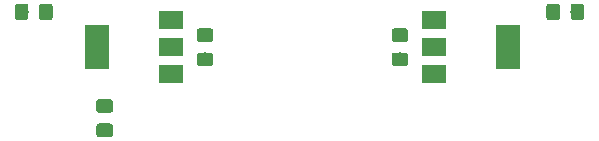
<source format=gbr>
G04 #@! TF.GenerationSoftware,KiCad,Pcbnew,(5.1.4)-1*
G04 #@! TF.CreationDate,2019-09-27T14:23:11+09:00*
G04 #@! TF.ProjectId,project 02,70726f6a-6563-4742-9030-322e6b696361,1*
G04 #@! TF.SameCoordinates,Original*
G04 #@! TF.FileFunction,Paste,Top*
G04 #@! TF.FilePolarity,Positive*
%FSLAX46Y46*%
G04 Gerber Fmt 4.6, Leading zero omitted, Abs format (unit mm)*
G04 Created by KiCad (PCBNEW (5.1.4)-1) date 2019-09-27 14:23:11*
%MOMM*%
%LPD*%
G04 APERTURE LIST*
%ADD10C,0.100000*%
%ADD11C,1.150000*%
%ADD12R,2.000000X3.800000*%
%ADD13R,2.000000X1.500000*%
G04 APERTURE END LIST*
D10*
G36*
X138974505Y-40451204D02*
G01*
X138998773Y-40454804D01*
X139022572Y-40460765D01*
X139045671Y-40469030D01*
X139067850Y-40479520D01*
X139088893Y-40492132D01*
X139108599Y-40506747D01*
X139126777Y-40523223D01*
X139143253Y-40541401D01*
X139157868Y-40561107D01*
X139170480Y-40582150D01*
X139180970Y-40604329D01*
X139189235Y-40627428D01*
X139195196Y-40651227D01*
X139198796Y-40675495D01*
X139200000Y-40699999D01*
X139200000Y-41350001D01*
X139198796Y-41374505D01*
X139195196Y-41398773D01*
X139189235Y-41422572D01*
X139180970Y-41445671D01*
X139170480Y-41467850D01*
X139157868Y-41488893D01*
X139143253Y-41508599D01*
X139126777Y-41526777D01*
X139108599Y-41543253D01*
X139088893Y-41557868D01*
X139067850Y-41570480D01*
X139045671Y-41580970D01*
X139022572Y-41589235D01*
X138998773Y-41595196D01*
X138974505Y-41598796D01*
X138950001Y-41600000D01*
X138049999Y-41600000D01*
X138025495Y-41598796D01*
X138001227Y-41595196D01*
X137977428Y-41589235D01*
X137954329Y-41580970D01*
X137932150Y-41570480D01*
X137911107Y-41557868D01*
X137891401Y-41543253D01*
X137873223Y-41526777D01*
X137856747Y-41508599D01*
X137842132Y-41488893D01*
X137829520Y-41467850D01*
X137819030Y-41445671D01*
X137810765Y-41422572D01*
X137804804Y-41398773D01*
X137801204Y-41374505D01*
X137800000Y-41350001D01*
X137800000Y-40699999D01*
X137801204Y-40675495D01*
X137804804Y-40651227D01*
X137810765Y-40627428D01*
X137819030Y-40604329D01*
X137829520Y-40582150D01*
X137842132Y-40561107D01*
X137856747Y-40541401D01*
X137873223Y-40523223D01*
X137891401Y-40506747D01*
X137911107Y-40492132D01*
X137932150Y-40479520D01*
X137954329Y-40469030D01*
X137977428Y-40460765D01*
X138001227Y-40454804D01*
X138025495Y-40451204D01*
X138049999Y-40450000D01*
X138950001Y-40450000D01*
X138974505Y-40451204D01*
X138974505Y-40451204D01*
G37*
D11*
X138500000Y-41025000D03*
D10*
G36*
X138974505Y-38401204D02*
G01*
X138998773Y-38404804D01*
X139022572Y-38410765D01*
X139045671Y-38419030D01*
X139067850Y-38429520D01*
X139088893Y-38442132D01*
X139108599Y-38456747D01*
X139126777Y-38473223D01*
X139143253Y-38491401D01*
X139157868Y-38511107D01*
X139170480Y-38532150D01*
X139180970Y-38554329D01*
X139189235Y-38577428D01*
X139195196Y-38601227D01*
X139198796Y-38625495D01*
X139200000Y-38649999D01*
X139200000Y-39300001D01*
X139198796Y-39324505D01*
X139195196Y-39348773D01*
X139189235Y-39372572D01*
X139180970Y-39395671D01*
X139170480Y-39417850D01*
X139157868Y-39438893D01*
X139143253Y-39458599D01*
X139126777Y-39476777D01*
X139108599Y-39493253D01*
X139088893Y-39507868D01*
X139067850Y-39520480D01*
X139045671Y-39530970D01*
X139022572Y-39539235D01*
X138998773Y-39545196D01*
X138974505Y-39548796D01*
X138950001Y-39550000D01*
X138049999Y-39550000D01*
X138025495Y-39548796D01*
X138001227Y-39545196D01*
X137977428Y-39539235D01*
X137954329Y-39530970D01*
X137932150Y-39520480D01*
X137911107Y-39507868D01*
X137891401Y-39493253D01*
X137873223Y-39476777D01*
X137856747Y-39458599D01*
X137842132Y-39438893D01*
X137829520Y-39417850D01*
X137819030Y-39395671D01*
X137810765Y-39372572D01*
X137804804Y-39348773D01*
X137801204Y-39324505D01*
X137800000Y-39300001D01*
X137800000Y-38649999D01*
X137801204Y-38625495D01*
X137804804Y-38601227D01*
X137810765Y-38577428D01*
X137819030Y-38554329D01*
X137829520Y-38532150D01*
X137842132Y-38511107D01*
X137856747Y-38491401D01*
X137873223Y-38473223D01*
X137891401Y-38456747D01*
X137911107Y-38442132D01*
X137932150Y-38429520D01*
X137954329Y-38419030D01*
X137977428Y-38410765D01*
X138001227Y-38404804D01*
X138025495Y-38401204D01*
X138049999Y-38400000D01*
X138950001Y-38400000D01*
X138974505Y-38401204D01*
X138974505Y-38401204D01*
G37*
D11*
X138500000Y-38975000D03*
D10*
G36*
X151824505Y-36301204D02*
G01*
X151848773Y-36304804D01*
X151872572Y-36310765D01*
X151895671Y-36319030D01*
X151917850Y-36329520D01*
X151938893Y-36342132D01*
X151958599Y-36356747D01*
X151976777Y-36373223D01*
X151993253Y-36391401D01*
X152007868Y-36411107D01*
X152020480Y-36432150D01*
X152030970Y-36454329D01*
X152039235Y-36477428D01*
X152045196Y-36501227D01*
X152048796Y-36525495D01*
X152050000Y-36549999D01*
X152050000Y-37450001D01*
X152048796Y-37474505D01*
X152045196Y-37498773D01*
X152039235Y-37522572D01*
X152030970Y-37545671D01*
X152020480Y-37567850D01*
X152007868Y-37588893D01*
X151993253Y-37608599D01*
X151976777Y-37626777D01*
X151958599Y-37643253D01*
X151938893Y-37657868D01*
X151917850Y-37670480D01*
X151895671Y-37680970D01*
X151872572Y-37689235D01*
X151848773Y-37695196D01*
X151824505Y-37698796D01*
X151800001Y-37700000D01*
X151149999Y-37700000D01*
X151125495Y-37698796D01*
X151101227Y-37695196D01*
X151077428Y-37689235D01*
X151054329Y-37680970D01*
X151032150Y-37670480D01*
X151011107Y-37657868D01*
X150991401Y-37643253D01*
X150973223Y-37626777D01*
X150956747Y-37608599D01*
X150942132Y-37588893D01*
X150929520Y-37567850D01*
X150919030Y-37545671D01*
X150910765Y-37522572D01*
X150904804Y-37498773D01*
X150901204Y-37474505D01*
X150900000Y-37450001D01*
X150900000Y-36549999D01*
X150901204Y-36525495D01*
X150904804Y-36501227D01*
X150910765Y-36477428D01*
X150919030Y-36454329D01*
X150929520Y-36432150D01*
X150942132Y-36411107D01*
X150956747Y-36391401D01*
X150973223Y-36373223D01*
X150991401Y-36356747D01*
X151011107Y-36342132D01*
X151032150Y-36329520D01*
X151054329Y-36319030D01*
X151077428Y-36310765D01*
X151101227Y-36304804D01*
X151125495Y-36301204D01*
X151149999Y-36300000D01*
X151800001Y-36300000D01*
X151824505Y-36301204D01*
X151824505Y-36301204D01*
G37*
D11*
X151475000Y-37000000D03*
D10*
G36*
X153874505Y-36301204D02*
G01*
X153898773Y-36304804D01*
X153922572Y-36310765D01*
X153945671Y-36319030D01*
X153967850Y-36329520D01*
X153988893Y-36342132D01*
X154008599Y-36356747D01*
X154026777Y-36373223D01*
X154043253Y-36391401D01*
X154057868Y-36411107D01*
X154070480Y-36432150D01*
X154080970Y-36454329D01*
X154089235Y-36477428D01*
X154095196Y-36501227D01*
X154098796Y-36525495D01*
X154100000Y-36549999D01*
X154100000Y-37450001D01*
X154098796Y-37474505D01*
X154095196Y-37498773D01*
X154089235Y-37522572D01*
X154080970Y-37545671D01*
X154070480Y-37567850D01*
X154057868Y-37588893D01*
X154043253Y-37608599D01*
X154026777Y-37626777D01*
X154008599Y-37643253D01*
X153988893Y-37657868D01*
X153967850Y-37670480D01*
X153945671Y-37680970D01*
X153922572Y-37689235D01*
X153898773Y-37695196D01*
X153874505Y-37698796D01*
X153850001Y-37700000D01*
X153199999Y-37700000D01*
X153175495Y-37698796D01*
X153151227Y-37695196D01*
X153127428Y-37689235D01*
X153104329Y-37680970D01*
X153082150Y-37670480D01*
X153061107Y-37657868D01*
X153041401Y-37643253D01*
X153023223Y-37626777D01*
X153006747Y-37608599D01*
X152992132Y-37588893D01*
X152979520Y-37567850D01*
X152969030Y-37545671D01*
X152960765Y-37522572D01*
X152954804Y-37498773D01*
X152951204Y-37474505D01*
X152950000Y-37450001D01*
X152950000Y-36549999D01*
X152951204Y-36525495D01*
X152954804Y-36501227D01*
X152960765Y-36477428D01*
X152969030Y-36454329D01*
X152979520Y-36432150D01*
X152992132Y-36411107D01*
X153006747Y-36391401D01*
X153023223Y-36373223D01*
X153041401Y-36356747D01*
X153061107Y-36342132D01*
X153082150Y-36329520D01*
X153104329Y-36319030D01*
X153127428Y-36310765D01*
X153151227Y-36304804D01*
X153175495Y-36301204D01*
X153199999Y-36300000D01*
X153850001Y-36300000D01*
X153874505Y-36301204D01*
X153874505Y-36301204D01*
G37*
D11*
X153525000Y-37000000D03*
D10*
G36*
X122474505Y-40451204D02*
G01*
X122498773Y-40454804D01*
X122522572Y-40460765D01*
X122545671Y-40469030D01*
X122567850Y-40479520D01*
X122588893Y-40492132D01*
X122608599Y-40506747D01*
X122626777Y-40523223D01*
X122643253Y-40541401D01*
X122657868Y-40561107D01*
X122670480Y-40582150D01*
X122680970Y-40604329D01*
X122689235Y-40627428D01*
X122695196Y-40651227D01*
X122698796Y-40675495D01*
X122700000Y-40699999D01*
X122700000Y-41350001D01*
X122698796Y-41374505D01*
X122695196Y-41398773D01*
X122689235Y-41422572D01*
X122680970Y-41445671D01*
X122670480Y-41467850D01*
X122657868Y-41488893D01*
X122643253Y-41508599D01*
X122626777Y-41526777D01*
X122608599Y-41543253D01*
X122588893Y-41557868D01*
X122567850Y-41570480D01*
X122545671Y-41580970D01*
X122522572Y-41589235D01*
X122498773Y-41595196D01*
X122474505Y-41598796D01*
X122450001Y-41600000D01*
X121549999Y-41600000D01*
X121525495Y-41598796D01*
X121501227Y-41595196D01*
X121477428Y-41589235D01*
X121454329Y-41580970D01*
X121432150Y-41570480D01*
X121411107Y-41557868D01*
X121391401Y-41543253D01*
X121373223Y-41526777D01*
X121356747Y-41508599D01*
X121342132Y-41488893D01*
X121329520Y-41467850D01*
X121319030Y-41445671D01*
X121310765Y-41422572D01*
X121304804Y-41398773D01*
X121301204Y-41374505D01*
X121300000Y-41350001D01*
X121300000Y-40699999D01*
X121301204Y-40675495D01*
X121304804Y-40651227D01*
X121310765Y-40627428D01*
X121319030Y-40604329D01*
X121329520Y-40582150D01*
X121342132Y-40561107D01*
X121356747Y-40541401D01*
X121373223Y-40523223D01*
X121391401Y-40506747D01*
X121411107Y-40492132D01*
X121432150Y-40479520D01*
X121454329Y-40469030D01*
X121477428Y-40460765D01*
X121501227Y-40454804D01*
X121525495Y-40451204D01*
X121549999Y-40450000D01*
X122450001Y-40450000D01*
X122474505Y-40451204D01*
X122474505Y-40451204D01*
G37*
D11*
X122000000Y-41025000D03*
D10*
G36*
X122474505Y-38401204D02*
G01*
X122498773Y-38404804D01*
X122522572Y-38410765D01*
X122545671Y-38419030D01*
X122567850Y-38429520D01*
X122588893Y-38442132D01*
X122608599Y-38456747D01*
X122626777Y-38473223D01*
X122643253Y-38491401D01*
X122657868Y-38511107D01*
X122670480Y-38532150D01*
X122680970Y-38554329D01*
X122689235Y-38577428D01*
X122695196Y-38601227D01*
X122698796Y-38625495D01*
X122700000Y-38649999D01*
X122700000Y-39300001D01*
X122698796Y-39324505D01*
X122695196Y-39348773D01*
X122689235Y-39372572D01*
X122680970Y-39395671D01*
X122670480Y-39417850D01*
X122657868Y-39438893D01*
X122643253Y-39458599D01*
X122626777Y-39476777D01*
X122608599Y-39493253D01*
X122588893Y-39507868D01*
X122567850Y-39520480D01*
X122545671Y-39530970D01*
X122522572Y-39539235D01*
X122498773Y-39545196D01*
X122474505Y-39548796D01*
X122450001Y-39550000D01*
X121549999Y-39550000D01*
X121525495Y-39548796D01*
X121501227Y-39545196D01*
X121477428Y-39539235D01*
X121454329Y-39530970D01*
X121432150Y-39520480D01*
X121411107Y-39507868D01*
X121391401Y-39493253D01*
X121373223Y-39476777D01*
X121356747Y-39458599D01*
X121342132Y-39438893D01*
X121329520Y-39417850D01*
X121319030Y-39395671D01*
X121310765Y-39372572D01*
X121304804Y-39348773D01*
X121301204Y-39324505D01*
X121300000Y-39300001D01*
X121300000Y-38649999D01*
X121301204Y-38625495D01*
X121304804Y-38601227D01*
X121310765Y-38577428D01*
X121319030Y-38554329D01*
X121329520Y-38532150D01*
X121342132Y-38511107D01*
X121356747Y-38491401D01*
X121373223Y-38473223D01*
X121391401Y-38456747D01*
X121411107Y-38442132D01*
X121432150Y-38429520D01*
X121454329Y-38419030D01*
X121477428Y-38410765D01*
X121501227Y-38404804D01*
X121525495Y-38401204D01*
X121549999Y-38400000D01*
X122450001Y-38400000D01*
X122474505Y-38401204D01*
X122474505Y-38401204D01*
G37*
D11*
X122000000Y-38975000D03*
D10*
G36*
X108874505Y-36301204D02*
G01*
X108898773Y-36304804D01*
X108922572Y-36310765D01*
X108945671Y-36319030D01*
X108967850Y-36329520D01*
X108988893Y-36342132D01*
X109008599Y-36356747D01*
X109026777Y-36373223D01*
X109043253Y-36391401D01*
X109057868Y-36411107D01*
X109070480Y-36432150D01*
X109080970Y-36454329D01*
X109089235Y-36477428D01*
X109095196Y-36501227D01*
X109098796Y-36525495D01*
X109100000Y-36549999D01*
X109100000Y-37450001D01*
X109098796Y-37474505D01*
X109095196Y-37498773D01*
X109089235Y-37522572D01*
X109080970Y-37545671D01*
X109070480Y-37567850D01*
X109057868Y-37588893D01*
X109043253Y-37608599D01*
X109026777Y-37626777D01*
X109008599Y-37643253D01*
X108988893Y-37657868D01*
X108967850Y-37670480D01*
X108945671Y-37680970D01*
X108922572Y-37689235D01*
X108898773Y-37695196D01*
X108874505Y-37698796D01*
X108850001Y-37700000D01*
X108199999Y-37700000D01*
X108175495Y-37698796D01*
X108151227Y-37695196D01*
X108127428Y-37689235D01*
X108104329Y-37680970D01*
X108082150Y-37670480D01*
X108061107Y-37657868D01*
X108041401Y-37643253D01*
X108023223Y-37626777D01*
X108006747Y-37608599D01*
X107992132Y-37588893D01*
X107979520Y-37567850D01*
X107969030Y-37545671D01*
X107960765Y-37522572D01*
X107954804Y-37498773D01*
X107951204Y-37474505D01*
X107950000Y-37450001D01*
X107950000Y-36549999D01*
X107951204Y-36525495D01*
X107954804Y-36501227D01*
X107960765Y-36477428D01*
X107969030Y-36454329D01*
X107979520Y-36432150D01*
X107992132Y-36411107D01*
X108006747Y-36391401D01*
X108023223Y-36373223D01*
X108041401Y-36356747D01*
X108061107Y-36342132D01*
X108082150Y-36329520D01*
X108104329Y-36319030D01*
X108127428Y-36310765D01*
X108151227Y-36304804D01*
X108175495Y-36301204D01*
X108199999Y-36300000D01*
X108850001Y-36300000D01*
X108874505Y-36301204D01*
X108874505Y-36301204D01*
G37*
D11*
X108525000Y-37000000D03*
D10*
G36*
X106824505Y-36301204D02*
G01*
X106848773Y-36304804D01*
X106872572Y-36310765D01*
X106895671Y-36319030D01*
X106917850Y-36329520D01*
X106938893Y-36342132D01*
X106958599Y-36356747D01*
X106976777Y-36373223D01*
X106993253Y-36391401D01*
X107007868Y-36411107D01*
X107020480Y-36432150D01*
X107030970Y-36454329D01*
X107039235Y-36477428D01*
X107045196Y-36501227D01*
X107048796Y-36525495D01*
X107050000Y-36549999D01*
X107050000Y-37450001D01*
X107048796Y-37474505D01*
X107045196Y-37498773D01*
X107039235Y-37522572D01*
X107030970Y-37545671D01*
X107020480Y-37567850D01*
X107007868Y-37588893D01*
X106993253Y-37608599D01*
X106976777Y-37626777D01*
X106958599Y-37643253D01*
X106938893Y-37657868D01*
X106917850Y-37670480D01*
X106895671Y-37680970D01*
X106872572Y-37689235D01*
X106848773Y-37695196D01*
X106824505Y-37698796D01*
X106800001Y-37700000D01*
X106149999Y-37700000D01*
X106125495Y-37698796D01*
X106101227Y-37695196D01*
X106077428Y-37689235D01*
X106054329Y-37680970D01*
X106032150Y-37670480D01*
X106011107Y-37657868D01*
X105991401Y-37643253D01*
X105973223Y-37626777D01*
X105956747Y-37608599D01*
X105942132Y-37588893D01*
X105929520Y-37567850D01*
X105919030Y-37545671D01*
X105910765Y-37522572D01*
X105904804Y-37498773D01*
X105901204Y-37474505D01*
X105900000Y-37450001D01*
X105900000Y-36549999D01*
X105901204Y-36525495D01*
X105904804Y-36501227D01*
X105910765Y-36477428D01*
X105919030Y-36454329D01*
X105929520Y-36432150D01*
X105942132Y-36411107D01*
X105956747Y-36391401D01*
X105973223Y-36373223D01*
X105991401Y-36356747D01*
X106011107Y-36342132D01*
X106032150Y-36329520D01*
X106054329Y-36319030D01*
X106077428Y-36310765D01*
X106101227Y-36304804D01*
X106125495Y-36301204D01*
X106149999Y-36300000D01*
X106800001Y-36300000D01*
X106824505Y-36301204D01*
X106824505Y-36301204D01*
G37*
D11*
X106475000Y-37000000D03*
D10*
G36*
X113974505Y-44401204D02*
G01*
X113998773Y-44404804D01*
X114022572Y-44410765D01*
X114045671Y-44419030D01*
X114067850Y-44429520D01*
X114088893Y-44442132D01*
X114108599Y-44456747D01*
X114126777Y-44473223D01*
X114143253Y-44491401D01*
X114157868Y-44511107D01*
X114170480Y-44532150D01*
X114180970Y-44554329D01*
X114189235Y-44577428D01*
X114195196Y-44601227D01*
X114198796Y-44625495D01*
X114200000Y-44649999D01*
X114200000Y-45300001D01*
X114198796Y-45324505D01*
X114195196Y-45348773D01*
X114189235Y-45372572D01*
X114180970Y-45395671D01*
X114170480Y-45417850D01*
X114157868Y-45438893D01*
X114143253Y-45458599D01*
X114126777Y-45476777D01*
X114108599Y-45493253D01*
X114088893Y-45507868D01*
X114067850Y-45520480D01*
X114045671Y-45530970D01*
X114022572Y-45539235D01*
X113998773Y-45545196D01*
X113974505Y-45548796D01*
X113950001Y-45550000D01*
X113049999Y-45550000D01*
X113025495Y-45548796D01*
X113001227Y-45545196D01*
X112977428Y-45539235D01*
X112954329Y-45530970D01*
X112932150Y-45520480D01*
X112911107Y-45507868D01*
X112891401Y-45493253D01*
X112873223Y-45476777D01*
X112856747Y-45458599D01*
X112842132Y-45438893D01*
X112829520Y-45417850D01*
X112819030Y-45395671D01*
X112810765Y-45372572D01*
X112804804Y-45348773D01*
X112801204Y-45324505D01*
X112800000Y-45300001D01*
X112800000Y-44649999D01*
X112801204Y-44625495D01*
X112804804Y-44601227D01*
X112810765Y-44577428D01*
X112819030Y-44554329D01*
X112829520Y-44532150D01*
X112842132Y-44511107D01*
X112856747Y-44491401D01*
X112873223Y-44473223D01*
X112891401Y-44456747D01*
X112911107Y-44442132D01*
X112932150Y-44429520D01*
X112954329Y-44419030D01*
X112977428Y-44410765D01*
X113001227Y-44404804D01*
X113025495Y-44401204D01*
X113049999Y-44400000D01*
X113950001Y-44400000D01*
X113974505Y-44401204D01*
X113974505Y-44401204D01*
G37*
D11*
X113500000Y-44975000D03*
D10*
G36*
X113974505Y-46451204D02*
G01*
X113998773Y-46454804D01*
X114022572Y-46460765D01*
X114045671Y-46469030D01*
X114067850Y-46479520D01*
X114088893Y-46492132D01*
X114108599Y-46506747D01*
X114126777Y-46523223D01*
X114143253Y-46541401D01*
X114157868Y-46561107D01*
X114170480Y-46582150D01*
X114180970Y-46604329D01*
X114189235Y-46627428D01*
X114195196Y-46651227D01*
X114198796Y-46675495D01*
X114200000Y-46699999D01*
X114200000Y-47350001D01*
X114198796Y-47374505D01*
X114195196Y-47398773D01*
X114189235Y-47422572D01*
X114180970Y-47445671D01*
X114170480Y-47467850D01*
X114157868Y-47488893D01*
X114143253Y-47508599D01*
X114126777Y-47526777D01*
X114108599Y-47543253D01*
X114088893Y-47557868D01*
X114067850Y-47570480D01*
X114045671Y-47580970D01*
X114022572Y-47589235D01*
X113998773Y-47595196D01*
X113974505Y-47598796D01*
X113950001Y-47600000D01*
X113049999Y-47600000D01*
X113025495Y-47598796D01*
X113001227Y-47595196D01*
X112977428Y-47589235D01*
X112954329Y-47580970D01*
X112932150Y-47570480D01*
X112911107Y-47557868D01*
X112891401Y-47543253D01*
X112873223Y-47526777D01*
X112856747Y-47508599D01*
X112842132Y-47488893D01*
X112829520Y-47467850D01*
X112819030Y-47445671D01*
X112810765Y-47422572D01*
X112804804Y-47398773D01*
X112801204Y-47374505D01*
X112800000Y-47350001D01*
X112800000Y-46699999D01*
X112801204Y-46675495D01*
X112804804Y-46651227D01*
X112810765Y-46627428D01*
X112819030Y-46604329D01*
X112829520Y-46582150D01*
X112842132Y-46561107D01*
X112856747Y-46541401D01*
X112873223Y-46523223D01*
X112891401Y-46506747D01*
X112911107Y-46492132D01*
X112932150Y-46479520D01*
X112954329Y-46469030D01*
X112977428Y-46460765D01*
X113001227Y-46454804D01*
X113025495Y-46451204D01*
X113049999Y-46450000D01*
X113950001Y-46450000D01*
X113974505Y-46451204D01*
X113974505Y-46451204D01*
G37*
D11*
X113500000Y-47025000D03*
D12*
X147650000Y-40000000D03*
D13*
X141350000Y-40000000D03*
X141350000Y-42300000D03*
X141350000Y-37700000D03*
X119150000Y-42300000D03*
X119150000Y-37700000D03*
X119150000Y-40000000D03*
D12*
X112850000Y-40000000D03*
M02*

</source>
